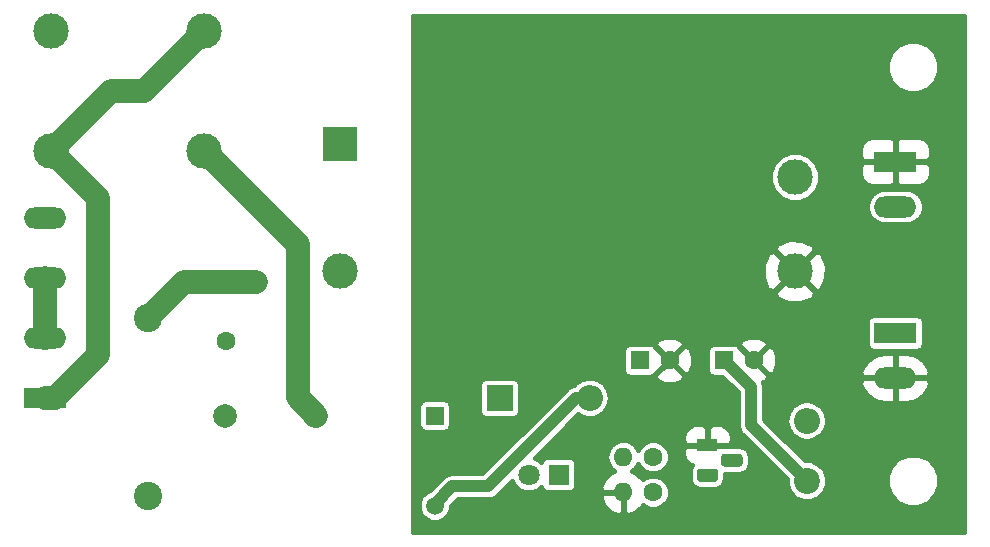
<source format=gbr>
G04 #@! TF.GenerationSoftware,KiCad,Pcbnew,(5.0.0-3-g5ebb6b6)*
G04 #@! TF.CreationDate,2018-11-29T16:19:06+00:00*
G04 #@! TF.ProjectId,PowerSupply,506F776572537570706C792E6B696361,rev?*
G04 #@! TF.SameCoordinates,Original*
G04 #@! TF.FileFunction,Copper,L2,Bot,Signal*
G04 #@! TF.FilePolarity,Positive*
%FSLAX46Y46*%
G04 Gerber Fmt 4.6, Leading zero omitted, Abs format (unit mm)*
G04 Created by KiCad (PCBNEW (5.0.0-3-g5ebb6b6)) date Thursday, 29 November 2018 at 16:19:06*
%MOMM*%
%LPD*%
G01*
G04 APERTURE LIST*
G04 #@! TA.AperFunction,ComponentPad*
%ADD10C,2.400000*%
G04 #@! TD*
G04 #@! TA.AperFunction,ComponentPad*
%ADD11R,1.600000X1.600000*%
G04 #@! TD*
G04 #@! TA.AperFunction,ComponentPad*
%ADD12C,1.600000*%
G04 #@! TD*
G04 #@! TA.AperFunction,ComponentPad*
%ADD13R,2.200000X2.200000*%
G04 #@! TD*
G04 #@! TA.AperFunction,ComponentPad*
%ADD14O,2.200000X2.200000*%
G04 #@! TD*
G04 #@! TA.AperFunction,ComponentPad*
%ADD15R,1.800000X1.800000*%
G04 #@! TD*
G04 #@! TA.AperFunction,ComponentPad*
%ADD16C,1.800000*%
G04 #@! TD*
G04 #@! TA.AperFunction,ComponentPad*
%ADD17O,3.600000X1.800000*%
G04 #@! TD*
G04 #@! TA.AperFunction,ComponentPad*
%ADD18R,3.600000X1.800000*%
G04 #@! TD*
G04 #@! TA.AperFunction,ComponentPad*
%ADD19C,2.200000*%
G04 #@! TD*
G04 #@! TA.AperFunction,ComponentPad*
%ADD20C,3.000000*%
G04 #@! TD*
G04 #@! TA.AperFunction,ComponentPad*
%ADD21R,3.000000X3.000000*%
G04 #@! TD*
G04 #@! TA.AperFunction,Conductor*
%ADD22C,0.100000*%
G04 #@! TD*
G04 #@! TA.AperFunction,ComponentPad*
%ADD23C,1.100000*%
G04 #@! TD*
G04 #@! TA.AperFunction,ComponentPad*
%ADD24R,1.800000X1.100000*%
G04 #@! TD*
G04 #@! TA.AperFunction,ComponentPad*
%ADD25R,1.520000X1.520000*%
G04 #@! TD*
G04 #@! TA.AperFunction,ComponentPad*
%ADD26C,2.000000*%
G04 #@! TD*
G04 #@! TA.AperFunction,ComponentPad*
%ADD27C,1.520000*%
G04 #@! TD*
G04 #@! TA.AperFunction,ComponentPad*
%ADD28O,1.600000X1.600000*%
G04 #@! TD*
G04 #@! TA.AperFunction,Conductor*
%ADD29C,2.000000*%
G04 #@! TD*
G04 #@! TA.AperFunction,Conductor*
%ADD30C,1.000000*%
G04 #@! TD*
G04 #@! TA.AperFunction,Conductor*
%ADD31C,0.400000*%
G04 #@! TD*
G04 APERTURE END LIST*
D10*
G04 #@! TO.P,C1,1*
G04 #@! TO.N,Net-(C1-Pad1)*
X110236000Y-112268000D03*
G04 #@! TO.P,C1,2*
G04 #@! TO.N,Net-(C1-Pad2)*
X110236000Y-127268000D03*
G04 #@! TD*
D11*
G04 #@! TO.P,C2,1*
G04 #@! TO.N,Net-(C2-Pad1)*
X159004000Y-115824000D03*
D12*
G04 #@! TO.P,C2,2*
G04 #@! TO.N,GNDD*
X161504000Y-115824000D03*
G04 #@! TD*
G04 #@! TO.P,C3,2*
G04 #@! TO.N,GNDD*
X154392000Y-115824000D03*
D11*
G04 #@! TO.P,C3,1*
G04 #@! TO.N,5V*
X151892000Y-115824000D03*
G04 #@! TD*
D13*
G04 #@! TO.P,D1,1*
G04 #@! TO.N,5V*
X140000000Y-119000000D03*
D14*
G04 #@! TO.P,D1,2*
G04 #@! TO.N,Net-(D1-Pad2)*
X147620000Y-119000000D03*
G04 #@! TD*
D15*
G04 #@! TO.P,D2,1*
G04 #@! TO.N,Net-(D2-Pad1)*
X145000000Y-125500000D03*
D16*
G04 #@! TO.P,D2,2*
G04 #@! TO.N,5V*
X142460000Y-125500000D03*
G04 #@! TD*
D17*
G04 #@! TO.P,J2,2*
G04 #@! TO.N,GNDD*
X173500000Y-117310000D03*
D18*
G04 #@! TO.P,J2,1*
G04 #@! TO.N,Net-(J2-Pad1)*
X173500000Y-113500000D03*
G04 #@! TD*
G04 #@! TO.P,J3,1*
G04 #@! TO.N,GNDD*
X173500000Y-99000000D03*
D17*
G04 #@! TO.P,J3,2*
G04 #@! TO.N,5V*
X173500000Y-102810000D03*
G04 #@! TD*
D19*
G04 #@! TO.P,L1,1*
G04 #@! TO.N,Net-(C2-Pad1)*
X166000000Y-126000000D03*
D14*
G04 #@! TO.P,L1,2*
G04 #@! TO.N,5V*
X166000000Y-120920000D03*
G04 #@! TD*
D20*
G04 #@! TO.P,PS1,3*
G04 #@! TO.N,GNDD*
X164992000Y-108286000D03*
G04 #@! TO.P,PS1,2*
G04 #@! TO.N,Net-(F1-Pad1)*
X126492000Y-108286000D03*
G04 #@! TO.P,PS1,4*
G04 #@! TO.N,Net-(C2-Pad1)*
X164992000Y-100286000D03*
D21*
G04 #@! TO.P,PS1,1*
G04 #@! TO.N,Net-(C1-Pad1)*
X126492000Y-97536000D03*
G04 #@! TD*
D22*
G04 #@! TO.N,Net-(J2-Pad1)*
G04 #@! TO.C,Q1*
G36*
X160321955Y-123721324D02*
X160348650Y-123725284D01*
X160374828Y-123731841D01*
X160400238Y-123740933D01*
X160424634Y-123752472D01*
X160447782Y-123766346D01*
X160469458Y-123782422D01*
X160489454Y-123800546D01*
X160507578Y-123820542D01*
X160523654Y-123842218D01*
X160537528Y-123865366D01*
X160549067Y-123889762D01*
X160558159Y-123915172D01*
X160564716Y-123941350D01*
X160568676Y-123968045D01*
X160570000Y-123995000D01*
X160570000Y-124545000D01*
X160568676Y-124571955D01*
X160564716Y-124598650D01*
X160558159Y-124624828D01*
X160549067Y-124650238D01*
X160537528Y-124674634D01*
X160523654Y-124697782D01*
X160507578Y-124719458D01*
X160489454Y-124739454D01*
X160469458Y-124757578D01*
X160447782Y-124773654D01*
X160424634Y-124787528D01*
X160400238Y-124799067D01*
X160374828Y-124808159D01*
X160348650Y-124814716D01*
X160321955Y-124818676D01*
X160295000Y-124820000D01*
X159045000Y-124820000D01*
X159018045Y-124818676D01*
X158991350Y-124814716D01*
X158965172Y-124808159D01*
X158939762Y-124799067D01*
X158915366Y-124787528D01*
X158892218Y-124773654D01*
X158870542Y-124757578D01*
X158850546Y-124739454D01*
X158832422Y-124719458D01*
X158816346Y-124697782D01*
X158802472Y-124674634D01*
X158790933Y-124650238D01*
X158781841Y-124624828D01*
X158775284Y-124598650D01*
X158771324Y-124571955D01*
X158770000Y-124545000D01*
X158770000Y-123995000D01*
X158771324Y-123968045D01*
X158775284Y-123941350D01*
X158781841Y-123915172D01*
X158790933Y-123889762D01*
X158802472Y-123865366D01*
X158816346Y-123842218D01*
X158832422Y-123820542D01*
X158850546Y-123800546D01*
X158870542Y-123782422D01*
X158892218Y-123766346D01*
X158915366Y-123752472D01*
X158939762Y-123740933D01*
X158965172Y-123731841D01*
X158991350Y-123725284D01*
X159018045Y-123721324D01*
X159045000Y-123720000D01*
X160295000Y-123720000D01*
X160321955Y-123721324D01*
X160321955Y-123721324D01*
G37*
D23*
G04 #@! TD*
G04 #@! TO.P,Q1,2*
G04 #@! TO.N,Net-(J2-Pad1)*
X159670000Y-124270000D03*
D22*
G04 #@! TO.N,Net-(D1-Pad2)*
G04 #@! TO.C,Q1*
G36*
X158251955Y-124991324D02*
X158278650Y-124995284D01*
X158304828Y-125001841D01*
X158330238Y-125010933D01*
X158354634Y-125022472D01*
X158377782Y-125036346D01*
X158399458Y-125052422D01*
X158419454Y-125070546D01*
X158437578Y-125090542D01*
X158453654Y-125112218D01*
X158467528Y-125135366D01*
X158479067Y-125159762D01*
X158488159Y-125185172D01*
X158494716Y-125211350D01*
X158498676Y-125238045D01*
X158500000Y-125265000D01*
X158500000Y-125815000D01*
X158498676Y-125841955D01*
X158494716Y-125868650D01*
X158488159Y-125894828D01*
X158479067Y-125920238D01*
X158467528Y-125944634D01*
X158453654Y-125967782D01*
X158437578Y-125989458D01*
X158419454Y-126009454D01*
X158399458Y-126027578D01*
X158377782Y-126043654D01*
X158354634Y-126057528D01*
X158330238Y-126069067D01*
X158304828Y-126078159D01*
X158278650Y-126084716D01*
X158251955Y-126088676D01*
X158225000Y-126090000D01*
X156975000Y-126090000D01*
X156948045Y-126088676D01*
X156921350Y-126084716D01*
X156895172Y-126078159D01*
X156869762Y-126069067D01*
X156845366Y-126057528D01*
X156822218Y-126043654D01*
X156800542Y-126027578D01*
X156780546Y-126009454D01*
X156762422Y-125989458D01*
X156746346Y-125967782D01*
X156732472Y-125944634D01*
X156720933Y-125920238D01*
X156711841Y-125894828D01*
X156705284Y-125868650D01*
X156701324Y-125841955D01*
X156700000Y-125815000D01*
X156700000Y-125265000D01*
X156701324Y-125238045D01*
X156705284Y-125211350D01*
X156711841Y-125185172D01*
X156720933Y-125159762D01*
X156732472Y-125135366D01*
X156746346Y-125112218D01*
X156762422Y-125090542D01*
X156780546Y-125070546D01*
X156800542Y-125052422D01*
X156822218Y-125036346D01*
X156845366Y-125022472D01*
X156869762Y-125010933D01*
X156895172Y-125001841D01*
X156921350Y-124995284D01*
X156948045Y-124991324D01*
X156975000Y-124990000D01*
X158225000Y-124990000D01*
X158251955Y-124991324D01*
X158251955Y-124991324D01*
G37*
D23*
G04 #@! TD*
G04 #@! TO.P,Q1,3*
G04 #@! TO.N,Net-(D1-Pad2)*
X157600000Y-125540000D03*
D24*
G04 #@! TO.P,Q1,1*
G04 #@! TO.N,GNDD*
X157600000Y-123000000D03*
G04 #@! TD*
D25*
G04 #@! TO.P,RL1,1*
G04 #@! TO.N,5V*
X134500000Y-120500000D03*
D26*
G04 #@! TO.P,RL1,2*
G04 #@! TO.N,Net-(F2-Pad2)*
X124340000Y-120500000D03*
G04 #@! TO.P,RL1,3*
G04 #@! TO.N,Net-(C1-Pad2)*
X116720000Y-120500000D03*
D27*
G04 #@! TO.P,RL1,5*
G04 #@! TO.N,Net-(D1-Pad2)*
X134500000Y-128120000D03*
G04 #@! TD*
D12*
G04 #@! TO.P,RV1,1*
G04 #@! TO.N,Net-(C1-Pad1)*
X119380000Y-109220000D03*
G04 #@! TO.P,RV1,2*
G04 #@! TO.N,Net-(C1-Pad2)*
X116880000Y-114220000D03*
G04 #@! TD*
D20*
G04 #@! TO.P,F1,2*
G04 #@! TO.N,Net-(F1-Pad2)*
X102000000Y-98080000D03*
G04 #@! TO.P,F1,1*
G04 #@! TO.N,Net-(F1-Pad1)*
X102000000Y-87920000D03*
G04 #@! TD*
G04 #@! TO.P,F2,1*
G04 #@! TO.N,Net-(F1-Pad2)*
X115000000Y-87920000D03*
G04 #@! TO.P,F2,2*
G04 #@! TO.N,Net-(F2-Pad2)*
X115000000Y-98080000D03*
G04 #@! TD*
D28*
G04 #@! TO.P,R1,2*
G04 #@! TO.N,GNDD*
X150460000Y-127000000D03*
D12*
G04 #@! TO.P,R1,1*
G04 #@! TO.N,Net-(J2-Pad1)*
X153000000Y-127000000D03*
G04 #@! TD*
G04 #@! TO.P,R2,1*
G04 #@! TO.N,Net-(D1-Pad2)*
X153000000Y-124000000D03*
D28*
G04 #@! TO.P,R2,2*
G04 #@! TO.N,Net-(D2-Pad1)*
X150460000Y-124000000D03*
G04 #@! TD*
D18*
G04 #@! TO.P,J1,1*
G04 #@! TO.N,Net-(F1-Pad2)*
X101500000Y-119000000D03*
D17*
G04 #@! TO.P,J1,2*
G04 #@! TO.N,Net-(C1-Pad1)*
X101500000Y-113920000D03*
G04 #@! TO.P,J1,3*
X101500000Y-108840000D03*
G04 #@! TO.P,J1,4*
G04 #@! TO.N,Net-(C1-Pad2)*
X101500000Y-103760000D03*
G04 #@! TD*
D29*
G04 #@! TO.N,Net-(C1-Pad1)*
X113284000Y-109220000D02*
X110236000Y-112268000D01*
X119380000Y-109220000D02*
X113284000Y-109220000D01*
X101500000Y-113920000D02*
X101500000Y-108840000D01*
D30*
G04 #@! TO.N,Net-(C2-Pad1)*
X161270010Y-121270010D02*
X166000000Y-126000000D01*
X161270010Y-118090010D02*
X161270010Y-121270010D01*
X159004000Y-115824000D02*
X161270010Y-118090010D01*
G04 #@! TO.N,Net-(D1-Pad2)*
X146500000Y-119000000D02*
X147500000Y-119000000D01*
X139008000Y-126492000D02*
X146500000Y-119000000D01*
X136008000Y-126492000D02*
X139008000Y-126492000D01*
X134500000Y-128000000D02*
X136008000Y-126492000D01*
D29*
G04 #@! TO.N,Net-(F1-Pad2)*
X106000000Y-102080000D02*
X103499999Y-99579999D01*
X103499999Y-99579999D02*
X102000000Y-98080000D01*
X102400000Y-119000000D02*
X106000000Y-115400000D01*
X106000000Y-115400000D02*
X106000000Y-102080000D01*
X101500000Y-119000000D02*
X102400000Y-119000000D01*
X109920000Y-93000000D02*
X115000000Y-87920000D01*
X107080000Y-93000000D02*
X109920000Y-93000000D01*
X102000000Y-98080000D02*
X107080000Y-93000000D01*
G04 #@! TO.N,Net-(F2-Pad2)*
X122920000Y-118920000D02*
X124500000Y-120500000D01*
X122920000Y-106000000D02*
X122920000Y-118920000D01*
X115000000Y-98080000D02*
X122920000Y-106000000D01*
G04 #@! TD*
D31*
G04 #@! TO.N,GNDD*
G36*
X179325001Y-130325000D02*
X132700000Y-130325000D01*
X132700000Y-127849479D01*
X133140000Y-127849479D01*
X133140000Y-128390521D01*
X133347048Y-128890378D01*
X133729622Y-129272952D01*
X134229479Y-129480000D01*
X134770521Y-129480000D01*
X135270378Y-129272952D01*
X135652952Y-128890378D01*
X135860000Y-128390521D01*
X135860000Y-128195634D01*
X136463635Y-127592000D01*
X138899661Y-127592000D01*
X139008000Y-127613550D01*
X139116339Y-127592000D01*
X139437199Y-127528177D01*
X139685667Y-127362156D01*
X148493062Y-127362156D01*
X148504193Y-127418127D01*
X148813080Y-128134754D01*
X149372696Y-128678625D01*
X150097844Y-128966941D01*
X150410000Y-128699378D01*
X150410000Y-127050000D01*
X148760735Y-127050000D01*
X148493062Y-127362156D01*
X139685667Y-127362156D01*
X139801056Y-127285056D01*
X139862428Y-127193206D01*
X141047067Y-126008567D01*
X141188361Y-126349682D01*
X141610318Y-126771639D01*
X142161631Y-127000000D01*
X142758369Y-127000000D01*
X143309682Y-126771639D01*
X143520279Y-126561042D01*
X143534813Y-126634108D01*
X143667425Y-126832575D01*
X143865892Y-126965187D01*
X144100000Y-127011754D01*
X145900000Y-127011754D01*
X146134108Y-126965187D01*
X146332575Y-126832575D01*
X146462690Y-126637844D01*
X148493062Y-126637844D01*
X148760735Y-126950000D01*
X150410000Y-126950000D01*
X150410000Y-126930000D01*
X150510000Y-126930000D01*
X150510000Y-126950000D01*
X150530000Y-126950000D01*
X150530000Y-127050000D01*
X150510000Y-127050000D01*
X150510000Y-128699378D01*
X150822156Y-128966941D01*
X151547304Y-128678625D01*
X152106920Y-128134754D01*
X152121358Y-128101258D01*
X152206963Y-128186863D01*
X152721523Y-128400000D01*
X153278477Y-128400000D01*
X153793037Y-128186863D01*
X154186863Y-127793037D01*
X154400000Y-127278477D01*
X154400000Y-126721523D01*
X154186863Y-126206963D01*
X153793037Y-125813137D01*
X153278477Y-125600000D01*
X152721523Y-125600000D01*
X152206963Y-125813137D01*
X152121358Y-125898742D01*
X152106920Y-125865246D01*
X151547304Y-125321375D01*
X151205653Y-125185536D01*
X151469343Y-125009343D01*
X151736883Y-124608943D01*
X151813137Y-124793037D01*
X152206963Y-125186863D01*
X152721523Y-125400000D01*
X153278477Y-125400000D01*
X153793037Y-125186863D01*
X154186863Y-124793037D01*
X154400000Y-124278477D01*
X154400000Y-123721523D01*
X154246111Y-123350000D01*
X155500000Y-123350000D01*
X155500000Y-123788695D01*
X155682689Y-124229746D01*
X156020255Y-124567311D01*
X156313909Y-124688946D01*
X156155746Y-124925654D01*
X156088246Y-125265000D01*
X156088246Y-125815000D01*
X156155746Y-126154346D01*
X156347970Y-126442030D01*
X156635654Y-126634254D01*
X156975000Y-126701754D01*
X158225000Y-126701754D01*
X158564346Y-126634254D01*
X158852030Y-126442030D01*
X159044254Y-126154346D01*
X159111754Y-125815000D01*
X159111754Y-125431754D01*
X160295000Y-125431754D01*
X160634346Y-125364254D01*
X160922030Y-125172030D01*
X161114254Y-124884346D01*
X161181754Y-124545000D01*
X161181754Y-123995000D01*
X161114254Y-123655654D01*
X160922030Y-123367970D01*
X160634346Y-123175746D01*
X160295000Y-123108246D01*
X159458246Y-123108246D01*
X159400000Y-123050000D01*
X157650000Y-123050000D01*
X157650000Y-123070000D01*
X157550000Y-123070000D01*
X157550000Y-123050000D01*
X155800000Y-123050000D01*
X155500000Y-123350000D01*
X154246111Y-123350000D01*
X154186863Y-123206963D01*
X153793037Y-122813137D01*
X153278477Y-122600000D01*
X152721523Y-122600000D01*
X152206963Y-122813137D01*
X151813137Y-123206963D01*
X151736883Y-123391057D01*
X151469343Y-122990657D01*
X151006253Y-122681229D01*
X150597885Y-122600000D01*
X150322115Y-122600000D01*
X149913747Y-122681229D01*
X149450657Y-122990657D01*
X149141229Y-123453747D01*
X149032573Y-124000000D01*
X149141229Y-124546253D01*
X149450657Y-125009343D01*
X149714347Y-125185536D01*
X149372696Y-125321375D01*
X148813080Y-125865246D01*
X148504193Y-126581873D01*
X148493062Y-126637844D01*
X146462690Y-126637844D01*
X146465187Y-126634108D01*
X146511754Y-126400000D01*
X146511754Y-124600000D01*
X146465187Y-124365892D01*
X146332575Y-124167425D01*
X146134108Y-124034813D01*
X145900000Y-123988246D01*
X144100000Y-123988246D01*
X143865892Y-124034813D01*
X143667425Y-124167425D01*
X143534813Y-124365892D01*
X143520279Y-124438958D01*
X143309682Y-124228361D01*
X142968567Y-124087067D01*
X144844329Y-122211305D01*
X155500000Y-122211305D01*
X155500000Y-122650000D01*
X155800000Y-122950000D01*
X157550000Y-122950000D01*
X157550000Y-121550000D01*
X157650000Y-121550000D01*
X157650000Y-122950000D01*
X159400000Y-122950000D01*
X159700000Y-122650000D01*
X159700000Y-122211305D01*
X159517311Y-121770254D01*
X159179745Y-121432689D01*
X158738695Y-121250000D01*
X157950000Y-121250000D01*
X157650000Y-121550000D01*
X157550000Y-121550000D01*
X157250000Y-121250000D01*
X156461305Y-121250000D01*
X156020255Y-121432689D01*
X155682689Y-121770254D01*
X155500000Y-122211305D01*
X144844329Y-122211305D01*
X146655513Y-120400122D01*
X146956693Y-120601364D01*
X147452570Y-120700000D01*
X147787430Y-120700000D01*
X148283307Y-120601364D01*
X148845631Y-120225631D01*
X149221364Y-119663307D01*
X149353304Y-119000000D01*
X149221364Y-118336693D01*
X148845631Y-117774369D01*
X148283307Y-117398636D01*
X147787430Y-117300000D01*
X147452570Y-117300000D01*
X146956693Y-117398636D01*
X146394369Y-117774369D01*
X146297973Y-117918636D01*
X146070801Y-117963823D01*
X145706944Y-118206944D01*
X145645574Y-118298791D01*
X138552366Y-125392000D01*
X136116338Y-125392000D01*
X136007999Y-125370450D01*
X135699804Y-125431754D01*
X135578801Y-125455823D01*
X135214944Y-125698944D01*
X135153575Y-125790790D01*
X134152466Y-126791900D01*
X133729622Y-126967048D01*
X133347048Y-127349622D01*
X133140000Y-127849479D01*
X132700000Y-127849479D01*
X132700000Y-119740000D01*
X133128246Y-119740000D01*
X133128246Y-121260000D01*
X133174813Y-121494108D01*
X133307425Y-121692575D01*
X133505892Y-121825187D01*
X133740000Y-121871754D01*
X135260000Y-121871754D01*
X135494108Y-121825187D01*
X135692575Y-121692575D01*
X135825187Y-121494108D01*
X135871754Y-121260000D01*
X135871754Y-119740000D01*
X135825187Y-119505892D01*
X135692575Y-119307425D01*
X135494108Y-119174813D01*
X135260000Y-119128246D01*
X133740000Y-119128246D01*
X133505892Y-119174813D01*
X133307425Y-119307425D01*
X133174813Y-119505892D01*
X133128246Y-119740000D01*
X132700000Y-119740000D01*
X132700000Y-117900000D01*
X138288246Y-117900000D01*
X138288246Y-120100000D01*
X138334813Y-120334108D01*
X138467425Y-120532575D01*
X138665892Y-120665187D01*
X138900000Y-120711754D01*
X141100000Y-120711754D01*
X141334108Y-120665187D01*
X141532575Y-120532575D01*
X141665187Y-120334108D01*
X141711754Y-120100000D01*
X141711754Y-117900000D01*
X141665187Y-117665892D01*
X141532575Y-117467425D01*
X141334108Y-117334813D01*
X141100000Y-117288246D01*
X138900000Y-117288246D01*
X138665892Y-117334813D01*
X138467425Y-117467425D01*
X138334813Y-117665892D01*
X138288246Y-117900000D01*
X132700000Y-117900000D01*
X132700000Y-115024000D01*
X150480246Y-115024000D01*
X150480246Y-116624000D01*
X150526813Y-116858108D01*
X150659425Y-117056575D01*
X150857892Y-117189187D01*
X151092000Y-117235754D01*
X152692000Y-117235754D01*
X152926108Y-117189187D01*
X153076595Y-117088634D01*
X153198076Y-117088634D01*
X153234210Y-117502626D01*
X153964724Y-117817915D01*
X154760287Y-117829649D01*
X155499781Y-117536041D01*
X155549790Y-117502626D01*
X155585924Y-117088634D01*
X154392000Y-115894711D01*
X153198076Y-117088634D01*
X153076595Y-117088634D01*
X153124575Y-117056575D01*
X153196786Y-116948504D01*
X154321289Y-115824000D01*
X154462711Y-115824000D01*
X155656634Y-117017924D01*
X156070626Y-116981790D01*
X156385915Y-116251276D01*
X156397649Y-115455713D01*
X156226243Y-115024000D01*
X157592246Y-115024000D01*
X157592246Y-116624000D01*
X157638813Y-116858108D01*
X157771425Y-117056575D01*
X157969892Y-117189187D01*
X158204000Y-117235754D01*
X158860120Y-117235754D01*
X160170010Y-118545645D01*
X160170011Y-121161666D01*
X160148460Y-121270010D01*
X160233833Y-121699208D01*
X160281305Y-121770254D01*
X160476955Y-122063066D01*
X160568802Y-122124436D01*
X164300000Y-125855635D01*
X164300000Y-126338151D01*
X164558810Y-126962973D01*
X165037027Y-127441190D01*
X165661849Y-127700000D01*
X166338151Y-127700000D01*
X166962973Y-127441190D01*
X167441190Y-126962973D01*
X167700000Y-126338151D01*
X167700000Y-125661849D01*
X167658804Y-125562393D01*
X172800000Y-125562393D01*
X172800000Y-126437607D01*
X173134930Y-127246200D01*
X173753800Y-127865070D01*
X174562393Y-128200000D01*
X175437607Y-128200000D01*
X176246200Y-127865070D01*
X176865070Y-127246200D01*
X177200000Y-126437607D01*
X177200000Y-125562393D01*
X176865070Y-124753800D01*
X176246200Y-124134930D01*
X175437607Y-123800000D01*
X174562393Y-123800000D01*
X173753800Y-124134930D01*
X173134930Y-124753800D01*
X172800000Y-125562393D01*
X167658804Y-125562393D01*
X167441190Y-125037027D01*
X166962973Y-124558810D01*
X166338151Y-124300000D01*
X165855635Y-124300000D01*
X162475635Y-120920000D01*
X164266696Y-120920000D01*
X164398636Y-121583307D01*
X164774369Y-122145631D01*
X165336693Y-122521364D01*
X165832570Y-122620000D01*
X166167430Y-122620000D01*
X166663307Y-122521364D01*
X167225631Y-122145631D01*
X167601364Y-121583307D01*
X167733304Y-120920000D01*
X167601364Y-120256693D01*
X167225631Y-119694369D01*
X166663307Y-119318636D01*
X166167430Y-119220000D01*
X165832570Y-119220000D01*
X165336693Y-119318636D01*
X164774369Y-119694369D01*
X164398636Y-120256693D01*
X164266696Y-120920000D01*
X162475635Y-120920000D01*
X162370010Y-120814376D01*
X162370010Y-118198348D01*
X162391560Y-118090009D01*
X162311557Y-117687804D01*
X170534264Y-117687804D01*
X170640719Y-118067442D01*
X171079721Y-118759569D01*
X171750171Y-119231013D01*
X172550000Y-119410000D01*
X173450000Y-119410000D01*
X173450000Y-117360000D01*
X173550000Y-117360000D01*
X173550000Y-119410000D01*
X174450000Y-119410000D01*
X175249829Y-119231013D01*
X175920279Y-118759569D01*
X176359281Y-118067442D01*
X176465736Y-117687804D01*
X176199305Y-117360000D01*
X173550000Y-117360000D01*
X173450000Y-117360000D01*
X170800695Y-117360000D01*
X170534264Y-117687804D01*
X162311557Y-117687804D01*
X162306187Y-117660811D01*
X162304372Y-117658094D01*
X162611781Y-117536041D01*
X162661790Y-117502626D01*
X162697924Y-117088634D01*
X161504000Y-115894711D01*
X161489858Y-115908853D01*
X161419147Y-115838142D01*
X161433289Y-115824000D01*
X161574711Y-115824000D01*
X162768634Y-117017924D01*
X163182626Y-116981790D01*
X163204030Y-116932196D01*
X170534264Y-116932196D01*
X170800695Y-117260000D01*
X173450000Y-117260000D01*
X173450000Y-115210000D01*
X173550000Y-115210000D01*
X173550000Y-117260000D01*
X176199305Y-117260000D01*
X176465736Y-116932196D01*
X176359281Y-116552558D01*
X175920279Y-115860431D01*
X175249829Y-115388987D01*
X174450000Y-115210000D01*
X173550000Y-115210000D01*
X173450000Y-115210000D01*
X172550000Y-115210000D01*
X171750171Y-115388987D01*
X171079721Y-115860431D01*
X170640719Y-116552558D01*
X170534264Y-116932196D01*
X163204030Y-116932196D01*
X163497915Y-116251276D01*
X163509649Y-115455713D01*
X163216041Y-114716219D01*
X163182626Y-114666210D01*
X162768634Y-114630076D01*
X161574711Y-115824000D01*
X161433289Y-115824000D01*
X160308786Y-114699496D01*
X160236575Y-114591425D01*
X160188596Y-114559366D01*
X160310076Y-114559366D01*
X161504000Y-115753289D01*
X162697924Y-114559366D01*
X162661790Y-114145374D01*
X161931276Y-113830085D01*
X161135713Y-113818351D01*
X160396219Y-114111959D01*
X160346210Y-114145374D01*
X160310076Y-114559366D01*
X160188596Y-114559366D01*
X160038108Y-114458813D01*
X159804000Y-114412246D01*
X158204000Y-114412246D01*
X157969892Y-114458813D01*
X157771425Y-114591425D01*
X157638813Y-114789892D01*
X157592246Y-115024000D01*
X156226243Y-115024000D01*
X156104041Y-114716219D01*
X156070626Y-114666210D01*
X155656634Y-114630076D01*
X154462711Y-115824000D01*
X154321289Y-115824000D01*
X153196786Y-114699496D01*
X153124575Y-114591425D01*
X153076596Y-114559366D01*
X153198076Y-114559366D01*
X154392000Y-115753289D01*
X155585924Y-114559366D01*
X155549790Y-114145374D01*
X154819276Y-113830085D01*
X154023713Y-113818351D01*
X153284219Y-114111959D01*
X153234210Y-114145374D01*
X153198076Y-114559366D01*
X153076596Y-114559366D01*
X152926108Y-114458813D01*
X152692000Y-114412246D01*
X151092000Y-114412246D01*
X150857892Y-114458813D01*
X150659425Y-114591425D01*
X150526813Y-114789892D01*
X150480246Y-115024000D01*
X132700000Y-115024000D01*
X132700000Y-112600000D01*
X171088246Y-112600000D01*
X171088246Y-114400000D01*
X171134813Y-114634108D01*
X171267425Y-114832575D01*
X171465892Y-114965187D01*
X171700000Y-115011754D01*
X175300000Y-115011754D01*
X175534108Y-114965187D01*
X175732575Y-114832575D01*
X175865187Y-114634108D01*
X175911754Y-114400000D01*
X175911754Y-112600000D01*
X175865187Y-112365892D01*
X175732575Y-112167425D01*
X175534108Y-112034813D01*
X175300000Y-111988246D01*
X171700000Y-111988246D01*
X171465892Y-112034813D01*
X171267425Y-112167425D01*
X171134813Y-112365892D01*
X171088246Y-112600000D01*
X132700000Y-112600000D01*
X132700000Y-110055454D01*
X163293257Y-110055454D01*
X163414606Y-110542161D01*
X164398073Y-110974064D01*
X165471961Y-110996733D01*
X166472779Y-110606717D01*
X166569394Y-110542161D01*
X166690743Y-110055454D01*
X164992000Y-108356711D01*
X163293257Y-110055454D01*
X132700000Y-110055454D01*
X132700000Y-108765961D01*
X162281267Y-108765961D01*
X162671283Y-109766779D01*
X162735839Y-109863394D01*
X163222546Y-109984743D01*
X164921289Y-108286000D01*
X165062711Y-108286000D01*
X166761454Y-109984743D01*
X167248161Y-109863394D01*
X167680064Y-108879927D01*
X167702733Y-107806039D01*
X167312717Y-106805221D01*
X167248161Y-106708606D01*
X166761454Y-106587257D01*
X165062711Y-108286000D01*
X164921289Y-108286000D01*
X163222546Y-106587257D01*
X162735839Y-106708606D01*
X162303936Y-107692073D01*
X162281267Y-108765961D01*
X132700000Y-108765961D01*
X132700000Y-106516546D01*
X163293257Y-106516546D01*
X164992000Y-108215289D01*
X166690743Y-106516546D01*
X166569394Y-106029839D01*
X165585927Y-105597936D01*
X164512039Y-105575267D01*
X163511221Y-105965283D01*
X163414606Y-106029839D01*
X163293257Y-106516546D01*
X132700000Y-106516546D01*
X132700000Y-102810000D01*
X171070614Y-102810000D01*
X171187032Y-103395271D01*
X171518561Y-103891439D01*
X172014729Y-104222968D01*
X172452267Y-104310000D01*
X174547733Y-104310000D01*
X174985271Y-104222968D01*
X175481439Y-103891439D01*
X175812968Y-103395271D01*
X175929386Y-102810000D01*
X175812968Y-102224729D01*
X175481439Y-101728561D01*
X174985271Y-101397032D01*
X174547733Y-101310000D01*
X172452267Y-101310000D01*
X172014729Y-101397032D01*
X171518561Y-101728561D01*
X171187032Y-102224729D01*
X171070614Y-102810000D01*
X132700000Y-102810000D01*
X132700000Y-99868284D01*
X162892000Y-99868284D01*
X162892000Y-100703716D01*
X163211706Y-101475554D01*
X163802446Y-102066294D01*
X164574284Y-102386000D01*
X165409716Y-102386000D01*
X166181554Y-102066294D01*
X166772294Y-101475554D01*
X167092000Y-100703716D01*
X167092000Y-99868284D01*
X166877320Y-99350000D01*
X170500000Y-99350000D01*
X170500000Y-100138695D01*
X170682689Y-100579746D01*
X171020255Y-100917311D01*
X171461305Y-101100000D01*
X173150000Y-101100000D01*
X173450000Y-100800000D01*
X173450000Y-99050000D01*
X173550000Y-99050000D01*
X173550000Y-100800000D01*
X173850000Y-101100000D01*
X175538695Y-101100000D01*
X175979745Y-100917311D01*
X176317311Y-100579746D01*
X176500000Y-100138695D01*
X176500000Y-99350000D01*
X176200000Y-99050000D01*
X173550000Y-99050000D01*
X173450000Y-99050000D01*
X170800000Y-99050000D01*
X170500000Y-99350000D01*
X166877320Y-99350000D01*
X166772294Y-99096446D01*
X166181554Y-98505706D01*
X165409716Y-98186000D01*
X164574284Y-98186000D01*
X163802446Y-98505706D01*
X163211706Y-99096446D01*
X162892000Y-99868284D01*
X132700000Y-99868284D01*
X132700000Y-97861305D01*
X170500000Y-97861305D01*
X170500000Y-98650000D01*
X170800000Y-98950000D01*
X173450000Y-98950000D01*
X173450000Y-97200000D01*
X173550000Y-97200000D01*
X173550000Y-98950000D01*
X176200000Y-98950000D01*
X176500000Y-98650000D01*
X176500000Y-97861305D01*
X176317311Y-97420254D01*
X175979745Y-97082689D01*
X175538695Y-96900000D01*
X173850000Y-96900000D01*
X173550000Y-97200000D01*
X173450000Y-97200000D01*
X173150000Y-96900000D01*
X171461305Y-96900000D01*
X171020255Y-97082689D01*
X170682689Y-97420254D01*
X170500000Y-97861305D01*
X132700000Y-97861305D01*
X132700000Y-90562393D01*
X172800000Y-90562393D01*
X172800000Y-91437607D01*
X173134930Y-92246200D01*
X173753800Y-92865070D01*
X174562393Y-93200000D01*
X175437607Y-93200000D01*
X176246200Y-92865070D01*
X176865070Y-92246200D01*
X177200000Y-91437607D01*
X177200000Y-90562393D01*
X176865070Y-89753800D01*
X176246200Y-89134930D01*
X175437607Y-88800000D01*
X174562393Y-88800000D01*
X173753800Y-89134930D01*
X173134930Y-89753800D01*
X172800000Y-90562393D01*
X132700000Y-90562393D01*
X132700000Y-86675000D01*
X179325000Y-86675000D01*
X179325001Y-130325000D01*
X179325001Y-130325000D01*
G37*
X179325001Y-130325000D02*
X132700000Y-130325000D01*
X132700000Y-127849479D01*
X133140000Y-127849479D01*
X133140000Y-128390521D01*
X133347048Y-128890378D01*
X133729622Y-129272952D01*
X134229479Y-129480000D01*
X134770521Y-129480000D01*
X135270378Y-129272952D01*
X135652952Y-128890378D01*
X135860000Y-128390521D01*
X135860000Y-128195634D01*
X136463635Y-127592000D01*
X138899661Y-127592000D01*
X139008000Y-127613550D01*
X139116339Y-127592000D01*
X139437199Y-127528177D01*
X139685667Y-127362156D01*
X148493062Y-127362156D01*
X148504193Y-127418127D01*
X148813080Y-128134754D01*
X149372696Y-128678625D01*
X150097844Y-128966941D01*
X150410000Y-128699378D01*
X150410000Y-127050000D01*
X148760735Y-127050000D01*
X148493062Y-127362156D01*
X139685667Y-127362156D01*
X139801056Y-127285056D01*
X139862428Y-127193206D01*
X141047067Y-126008567D01*
X141188361Y-126349682D01*
X141610318Y-126771639D01*
X142161631Y-127000000D01*
X142758369Y-127000000D01*
X143309682Y-126771639D01*
X143520279Y-126561042D01*
X143534813Y-126634108D01*
X143667425Y-126832575D01*
X143865892Y-126965187D01*
X144100000Y-127011754D01*
X145900000Y-127011754D01*
X146134108Y-126965187D01*
X146332575Y-126832575D01*
X146462690Y-126637844D01*
X148493062Y-126637844D01*
X148760735Y-126950000D01*
X150410000Y-126950000D01*
X150410000Y-126930000D01*
X150510000Y-126930000D01*
X150510000Y-126950000D01*
X150530000Y-126950000D01*
X150530000Y-127050000D01*
X150510000Y-127050000D01*
X150510000Y-128699378D01*
X150822156Y-128966941D01*
X151547304Y-128678625D01*
X152106920Y-128134754D01*
X152121358Y-128101258D01*
X152206963Y-128186863D01*
X152721523Y-128400000D01*
X153278477Y-128400000D01*
X153793037Y-128186863D01*
X154186863Y-127793037D01*
X154400000Y-127278477D01*
X154400000Y-126721523D01*
X154186863Y-126206963D01*
X153793037Y-125813137D01*
X153278477Y-125600000D01*
X152721523Y-125600000D01*
X152206963Y-125813137D01*
X152121358Y-125898742D01*
X152106920Y-125865246D01*
X151547304Y-125321375D01*
X151205653Y-125185536D01*
X151469343Y-125009343D01*
X151736883Y-124608943D01*
X151813137Y-124793037D01*
X152206963Y-125186863D01*
X152721523Y-125400000D01*
X153278477Y-125400000D01*
X153793037Y-125186863D01*
X154186863Y-124793037D01*
X154400000Y-124278477D01*
X154400000Y-123721523D01*
X154246111Y-123350000D01*
X155500000Y-123350000D01*
X155500000Y-123788695D01*
X155682689Y-124229746D01*
X156020255Y-124567311D01*
X156313909Y-124688946D01*
X156155746Y-124925654D01*
X156088246Y-125265000D01*
X156088246Y-125815000D01*
X156155746Y-126154346D01*
X156347970Y-126442030D01*
X156635654Y-126634254D01*
X156975000Y-126701754D01*
X158225000Y-126701754D01*
X158564346Y-126634254D01*
X158852030Y-126442030D01*
X159044254Y-126154346D01*
X159111754Y-125815000D01*
X159111754Y-125431754D01*
X160295000Y-125431754D01*
X160634346Y-125364254D01*
X160922030Y-125172030D01*
X161114254Y-124884346D01*
X161181754Y-124545000D01*
X161181754Y-123995000D01*
X161114254Y-123655654D01*
X160922030Y-123367970D01*
X160634346Y-123175746D01*
X160295000Y-123108246D01*
X159458246Y-123108246D01*
X159400000Y-123050000D01*
X157650000Y-123050000D01*
X157650000Y-123070000D01*
X157550000Y-123070000D01*
X157550000Y-123050000D01*
X155800000Y-123050000D01*
X155500000Y-123350000D01*
X154246111Y-123350000D01*
X154186863Y-123206963D01*
X153793037Y-122813137D01*
X153278477Y-122600000D01*
X152721523Y-122600000D01*
X152206963Y-122813137D01*
X151813137Y-123206963D01*
X151736883Y-123391057D01*
X151469343Y-122990657D01*
X151006253Y-122681229D01*
X150597885Y-122600000D01*
X150322115Y-122600000D01*
X149913747Y-122681229D01*
X149450657Y-122990657D01*
X149141229Y-123453747D01*
X149032573Y-124000000D01*
X149141229Y-124546253D01*
X149450657Y-125009343D01*
X149714347Y-125185536D01*
X149372696Y-125321375D01*
X148813080Y-125865246D01*
X148504193Y-126581873D01*
X148493062Y-126637844D01*
X146462690Y-126637844D01*
X146465187Y-126634108D01*
X146511754Y-126400000D01*
X146511754Y-124600000D01*
X146465187Y-124365892D01*
X146332575Y-124167425D01*
X146134108Y-124034813D01*
X145900000Y-123988246D01*
X144100000Y-123988246D01*
X143865892Y-124034813D01*
X143667425Y-124167425D01*
X143534813Y-124365892D01*
X143520279Y-124438958D01*
X143309682Y-124228361D01*
X142968567Y-124087067D01*
X144844329Y-122211305D01*
X155500000Y-122211305D01*
X155500000Y-122650000D01*
X155800000Y-122950000D01*
X157550000Y-122950000D01*
X157550000Y-121550000D01*
X157650000Y-121550000D01*
X157650000Y-122950000D01*
X159400000Y-122950000D01*
X159700000Y-122650000D01*
X159700000Y-122211305D01*
X159517311Y-121770254D01*
X159179745Y-121432689D01*
X158738695Y-121250000D01*
X157950000Y-121250000D01*
X157650000Y-121550000D01*
X157550000Y-121550000D01*
X157250000Y-121250000D01*
X156461305Y-121250000D01*
X156020255Y-121432689D01*
X155682689Y-121770254D01*
X155500000Y-122211305D01*
X144844329Y-122211305D01*
X146655513Y-120400122D01*
X146956693Y-120601364D01*
X147452570Y-120700000D01*
X147787430Y-120700000D01*
X148283307Y-120601364D01*
X148845631Y-120225631D01*
X149221364Y-119663307D01*
X149353304Y-119000000D01*
X149221364Y-118336693D01*
X148845631Y-117774369D01*
X148283307Y-117398636D01*
X147787430Y-117300000D01*
X147452570Y-117300000D01*
X146956693Y-117398636D01*
X146394369Y-117774369D01*
X146297973Y-117918636D01*
X146070801Y-117963823D01*
X145706944Y-118206944D01*
X145645574Y-118298791D01*
X138552366Y-125392000D01*
X136116338Y-125392000D01*
X136007999Y-125370450D01*
X135699804Y-125431754D01*
X135578801Y-125455823D01*
X135214944Y-125698944D01*
X135153575Y-125790790D01*
X134152466Y-126791900D01*
X133729622Y-126967048D01*
X133347048Y-127349622D01*
X133140000Y-127849479D01*
X132700000Y-127849479D01*
X132700000Y-119740000D01*
X133128246Y-119740000D01*
X133128246Y-121260000D01*
X133174813Y-121494108D01*
X133307425Y-121692575D01*
X133505892Y-121825187D01*
X133740000Y-121871754D01*
X135260000Y-121871754D01*
X135494108Y-121825187D01*
X135692575Y-121692575D01*
X135825187Y-121494108D01*
X135871754Y-121260000D01*
X135871754Y-119740000D01*
X135825187Y-119505892D01*
X135692575Y-119307425D01*
X135494108Y-119174813D01*
X135260000Y-119128246D01*
X133740000Y-119128246D01*
X133505892Y-119174813D01*
X133307425Y-119307425D01*
X133174813Y-119505892D01*
X133128246Y-119740000D01*
X132700000Y-119740000D01*
X132700000Y-117900000D01*
X138288246Y-117900000D01*
X138288246Y-120100000D01*
X138334813Y-120334108D01*
X138467425Y-120532575D01*
X138665892Y-120665187D01*
X138900000Y-120711754D01*
X141100000Y-120711754D01*
X141334108Y-120665187D01*
X141532575Y-120532575D01*
X141665187Y-120334108D01*
X141711754Y-120100000D01*
X141711754Y-117900000D01*
X141665187Y-117665892D01*
X141532575Y-117467425D01*
X141334108Y-117334813D01*
X141100000Y-117288246D01*
X138900000Y-117288246D01*
X138665892Y-117334813D01*
X138467425Y-117467425D01*
X138334813Y-117665892D01*
X138288246Y-117900000D01*
X132700000Y-117900000D01*
X132700000Y-115024000D01*
X150480246Y-115024000D01*
X150480246Y-116624000D01*
X150526813Y-116858108D01*
X150659425Y-117056575D01*
X150857892Y-117189187D01*
X151092000Y-117235754D01*
X152692000Y-117235754D01*
X152926108Y-117189187D01*
X153076595Y-117088634D01*
X153198076Y-117088634D01*
X153234210Y-117502626D01*
X153964724Y-117817915D01*
X154760287Y-117829649D01*
X155499781Y-117536041D01*
X155549790Y-117502626D01*
X155585924Y-117088634D01*
X154392000Y-115894711D01*
X153198076Y-117088634D01*
X153076595Y-117088634D01*
X153124575Y-117056575D01*
X153196786Y-116948504D01*
X154321289Y-115824000D01*
X154462711Y-115824000D01*
X155656634Y-117017924D01*
X156070626Y-116981790D01*
X156385915Y-116251276D01*
X156397649Y-115455713D01*
X156226243Y-115024000D01*
X157592246Y-115024000D01*
X157592246Y-116624000D01*
X157638813Y-116858108D01*
X157771425Y-117056575D01*
X157969892Y-117189187D01*
X158204000Y-117235754D01*
X158860120Y-117235754D01*
X160170010Y-118545645D01*
X160170011Y-121161666D01*
X160148460Y-121270010D01*
X160233833Y-121699208D01*
X160281305Y-121770254D01*
X160476955Y-122063066D01*
X160568802Y-122124436D01*
X164300000Y-125855635D01*
X164300000Y-126338151D01*
X164558810Y-126962973D01*
X165037027Y-127441190D01*
X165661849Y-127700000D01*
X166338151Y-127700000D01*
X166962973Y-127441190D01*
X167441190Y-126962973D01*
X167700000Y-126338151D01*
X167700000Y-125661849D01*
X167658804Y-125562393D01*
X172800000Y-125562393D01*
X172800000Y-126437607D01*
X173134930Y-127246200D01*
X173753800Y-127865070D01*
X174562393Y-128200000D01*
X175437607Y-128200000D01*
X176246200Y-127865070D01*
X176865070Y-127246200D01*
X177200000Y-126437607D01*
X177200000Y-125562393D01*
X176865070Y-124753800D01*
X176246200Y-124134930D01*
X175437607Y-123800000D01*
X174562393Y-123800000D01*
X173753800Y-124134930D01*
X173134930Y-124753800D01*
X172800000Y-125562393D01*
X167658804Y-125562393D01*
X167441190Y-125037027D01*
X166962973Y-124558810D01*
X166338151Y-124300000D01*
X165855635Y-124300000D01*
X162475635Y-120920000D01*
X164266696Y-120920000D01*
X164398636Y-121583307D01*
X164774369Y-122145631D01*
X165336693Y-122521364D01*
X165832570Y-122620000D01*
X166167430Y-122620000D01*
X166663307Y-122521364D01*
X167225631Y-122145631D01*
X167601364Y-121583307D01*
X167733304Y-120920000D01*
X167601364Y-120256693D01*
X167225631Y-119694369D01*
X166663307Y-119318636D01*
X166167430Y-119220000D01*
X165832570Y-119220000D01*
X165336693Y-119318636D01*
X164774369Y-119694369D01*
X164398636Y-120256693D01*
X164266696Y-120920000D01*
X162475635Y-120920000D01*
X162370010Y-120814376D01*
X162370010Y-118198348D01*
X162391560Y-118090009D01*
X162311557Y-117687804D01*
X170534264Y-117687804D01*
X170640719Y-118067442D01*
X171079721Y-118759569D01*
X171750171Y-119231013D01*
X172550000Y-119410000D01*
X173450000Y-119410000D01*
X173450000Y-117360000D01*
X173550000Y-117360000D01*
X173550000Y-119410000D01*
X174450000Y-119410000D01*
X175249829Y-119231013D01*
X175920279Y-118759569D01*
X176359281Y-118067442D01*
X176465736Y-117687804D01*
X176199305Y-117360000D01*
X173550000Y-117360000D01*
X173450000Y-117360000D01*
X170800695Y-117360000D01*
X170534264Y-117687804D01*
X162311557Y-117687804D01*
X162306187Y-117660811D01*
X162304372Y-117658094D01*
X162611781Y-117536041D01*
X162661790Y-117502626D01*
X162697924Y-117088634D01*
X161504000Y-115894711D01*
X161489858Y-115908853D01*
X161419147Y-115838142D01*
X161433289Y-115824000D01*
X161574711Y-115824000D01*
X162768634Y-117017924D01*
X163182626Y-116981790D01*
X163204030Y-116932196D01*
X170534264Y-116932196D01*
X170800695Y-117260000D01*
X173450000Y-117260000D01*
X173450000Y-115210000D01*
X173550000Y-115210000D01*
X173550000Y-117260000D01*
X176199305Y-117260000D01*
X176465736Y-116932196D01*
X176359281Y-116552558D01*
X175920279Y-115860431D01*
X175249829Y-115388987D01*
X174450000Y-115210000D01*
X173550000Y-115210000D01*
X173450000Y-115210000D01*
X172550000Y-115210000D01*
X171750171Y-115388987D01*
X171079721Y-115860431D01*
X170640719Y-116552558D01*
X170534264Y-116932196D01*
X163204030Y-116932196D01*
X163497915Y-116251276D01*
X163509649Y-115455713D01*
X163216041Y-114716219D01*
X163182626Y-114666210D01*
X162768634Y-114630076D01*
X161574711Y-115824000D01*
X161433289Y-115824000D01*
X160308786Y-114699496D01*
X160236575Y-114591425D01*
X160188596Y-114559366D01*
X160310076Y-114559366D01*
X161504000Y-115753289D01*
X162697924Y-114559366D01*
X162661790Y-114145374D01*
X161931276Y-113830085D01*
X161135713Y-113818351D01*
X160396219Y-114111959D01*
X160346210Y-114145374D01*
X160310076Y-114559366D01*
X160188596Y-114559366D01*
X160038108Y-114458813D01*
X159804000Y-114412246D01*
X158204000Y-114412246D01*
X157969892Y-114458813D01*
X157771425Y-114591425D01*
X157638813Y-114789892D01*
X157592246Y-115024000D01*
X156226243Y-115024000D01*
X156104041Y-114716219D01*
X156070626Y-114666210D01*
X155656634Y-114630076D01*
X154462711Y-115824000D01*
X154321289Y-115824000D01*
X153196786Y-114699496D01*
X153124575Y-114591425D01*
X153076596Y-114559366D01*
X153198076Y-114559366D01*
X154392000Y-115753289D01*
X155585924Y-114559366D01*
X155549790Y-114145374D01*
X154819276Y-113830085D01*
X154023713Y-113818351D01*
X153284219Y-114111959D01*
X153234210Y-114145374D01*
X153198076Y-114559366D01*
X153076596Y-114559366D01*
X152926108Y-114458813D01*
X152692000Y-114412246D01*
X151092000Y-114412246D01*
X150857892Y-114458813D01*
X150659425Y-114591425D01*
X150526813Y-114789892D01*
X150480246Y-115024000D01*
X132700000Y-115024000D01*
X132700000Y-112600000D01*
X171088246Y-112600000D01*
X171088246Y-114400000D01*
X171134813Y-114634108D01*
X171267425Y-114832575D01*
X171465892Y-114965187D01*
X171700000Y-115011754D01*
X175300000Y-115011754D01*
X175534108Y-114965187D01*
X175732575Y-114832575D01*
X175865187Y-114634108D01*
X175911754Y-114400000D01*
X175911754Y-112600000D01*
X175865187Y-112365892D01*
X175732575Y-112167425D01*
X175534108Y-112034813D01*
X175300000Y-111988246D01*
X171700000Y-111988246D01*
X171465892Y-112034813D01*
X171267425Y-112167425D01*
X171134813Y-112365892D01*
X171088246Y-112600000D01*
X132700000Y-112600000D01*
X132700000Y-110055454D01*
X163293257Y-110055454D01*
X163414606Y-110542161D01*
X164398073Y-110974064D01*
X165471961Y-110996733D01*
X166472779Y-110606717D01*
X166569394Y-110542161D01*
X166690743Y-110055454D01*
X164992000Y-108356711D01*
X163293257Y-110055454D01*
X132700000Y-110055454D01*
X132700000Y-108765961D01*
X162281267Y-108765961D01*
X162671283Y-109766779D01*
X162735839Y-109863394D01*
X163222546Y-109984743D01*
X164921289Y-108286000D01*
X165062711Y-108286000D01*
X166761454Y-109984743D01*
X167248161Y-109863394D01*
X167680064Y-108879927D01*
X167702733Y-107806039D01*
X167312717Y-106805221D01*
X167248161Y-106708606D01*
X166761454Y-106587257D01*
X165062711Y-108286000D01*
X164921289Y-108286000D01*
X163222546Y-106587257D01*
X162735839Y-106708606D01*
X162303936Y-107692073D01*
X162281267Y-108765961D01*
X132700000Y-108765961D01*
X132700000Y-106516546D01*
X163293257Y-106516546D01*
X164992000Y-108215289D01*
X166690743Y-106516546D01*
X166569394Y-106029839D01*
X165585927Y-105597936D01*
X164512039Y-105575267D01*
X163511221Y-105965283D01*
X163414606Y-106029839D01*
X163293257Y-106516546D01*
X132700000Y-106516546D01*
X132700000Y-102810000D01*
X171070614Y-102810000D01*
X171187032Y-103395271D01*
X171518561Y-103891439D01*
X172014729Y-104222968D01*
X172452267Y-104310000D01*
X174547733Y-104310000D01*
X174985271Y-104222968D01*
X175481439Y-103891439D01*
X175812968Y-103395271D01*
X175929386Y-102810000D01*
X175812968Y-102224729D01*
X175481439Y-101728561D01*
X174985271Y-101397032D01*
X174547733Y-101310000D01*
X172452267Y-101310000D01*
X172014729Y-101397032D01*
X171518561Y-101728561D01*
X171187032Y-102224729D01*
X171070614Y-102810000D01*
X132700000Y-102810000D01*
X132700000Y-99868284D01*
X162892000Y-99868284D01*
X162892000Y-100703716D01*
X163211706Y-101475554D01*
X163802446Y-102066294D01*
X164574284Y-102386000D01*
X165409716Y-102386000D01*
X166181554Y-102066294D01*
X166772294Y-101475554D01*
X167092000Y-100703716D01*
X167092000Y-99868284D01*
X166877320Y-99350000D01*
X170500000Y-99350000D01*
X170500000Y-100138695D01*
X170682689Y-100579746D01*
X171020255Y-100917311D01*
X171461305Y-101100000D01*
X173150000Y-101100000D01*
X173450000Y-100800000D01*
X173450000Y-99050000D01*
X173550000Y-99050000D01*
X173550000Y-100800000D01*
X173850000Y-101100000D01*
X175538695Y-101100000D01*
X175979745Y-100917311D01*
X176317311Y-100579746D01*
X176500000Y-100138695D01*
X176500000Y-99350000D01*
X176200000Y-99050000D01*
X173550000Y-99050000D01*
X173450000Y-99050000D01*
X170800000Y-99050000D01*
X170500000Y-99350000D01*
X166877320Y-99350000D01*
X166772294Y-99096446D01*
X166181554Y-98505706D01*
X165409716Y-98186000D01*
X164574284Y-98186000D01*
X163802446Y-98505706D01*
X163211706Y-99096446D01*
X162892000Y-99868284D01*
X132700000Y-99868284D01*
X132700000Y-97861305D01*
X170500000Y-97861305D01*
X170500000Y-98650000D01*
X170800000Y-98950000D01*
X173450000Y-98950000D01*
X173450000Y-97200000D01*
X173550000Y-97200000D01*
X173550000Y-98950000D01*
X176200000Y-98950000D01*
X176500000Y-98650000D01*
X176500000Y-97861305D01*
X176317311Y-97420254D01*
X175979745Y-97082689D01*
X175538695Y-96900000D01*
X173850000Y-96900000D01*
X173550000Y-97200000D01*
X173450000Y-97200000D01*
X173150000Y-96900000D01*
X171461305Y-96900000D01*
X171020255Y-97082689D01*
X170682689Y-97420254D01*
X170500000Y-97861305D01*
X132700000Y-97861305D01*
X132700000Y-90562393D01*
X172800000Y-90562393D01*
X172800000Y-91437607D01*
X173134930Y-92246200D01*
X173753800Y-92865070D01*
X174562393Y-93200000D01*
X175437607Y-93200000D01*
X176246200Y-92865070D01*
X176865070Y-92246200D01*
X177200000Y-91437607D01*
X177200000Y-90562393D01*
X176865070Y-89753800D01*
X176246200Y-89134930D01*
X175437607Y-88800000D01*
X174562393Y-88800000D01*
X173753800Y-89134930D01*
X173134930Y-89753800D01*
X172800000Y-90562393D01*
X132700000Y-90562393D01*
X132700000Y-86675000D01*
X179325000Y-86675000D01*
X179325001Y-130325000D01*
G04 #@! TD*
M02*

</source>
